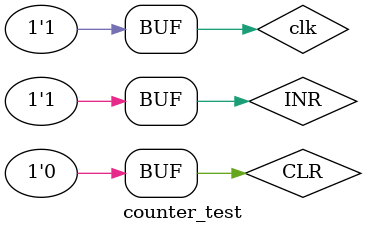
<source format=v>
module counter(input INR,CLR,clk,output [3:0]count);
	reg [3:0]count;
	always@(clk)
	begin
		if(CLR&&clk)
		count=4'd0;
		else if(INR&&clk)
		count =count +1;
		else if(CLR && INR && ~clk)
		count=count-1;
end

endmodule

`timescale 1ns / 1ps
module counter_test;

	// Inputs
	reg INR;
	reg CLR;
	reg clk;

	// Outputs
	wire [3:0] count;

	// Instantiate the Unit Under Test (UUT)
	counter uut (
		.INR(INR), 
		.CLR(CLR), 
		.clk(clk), 
		.count(count)
	);

	initial begin
			// Initialize Inputs
		INR = 0;
		CLR = 1;
		clk = 1;

		// Wait 100 ns for global reset to finish
		#100;
        
		INR = 1;
		CLR = 0;
		clk = 0;
		#100;
		
		INR = 1;
		CLR = 0;
		clk = 1;
		#100;
		
		INR = 1;
		CLR = 0;
		clk = 0;
		#100
		INR = 1;
		CLR = 0;
		clk = 1;
		#100;
		
		INR = 1;
		CLR = 0;
		clk = 0;
		#100;
		
		INR = 1;
		CLR = 1;
		clk = 0;
		#100;
		INR = 1;
		CLR = 0;
		clk = 1;
		#100;

	end
      
endmodule


</source>
